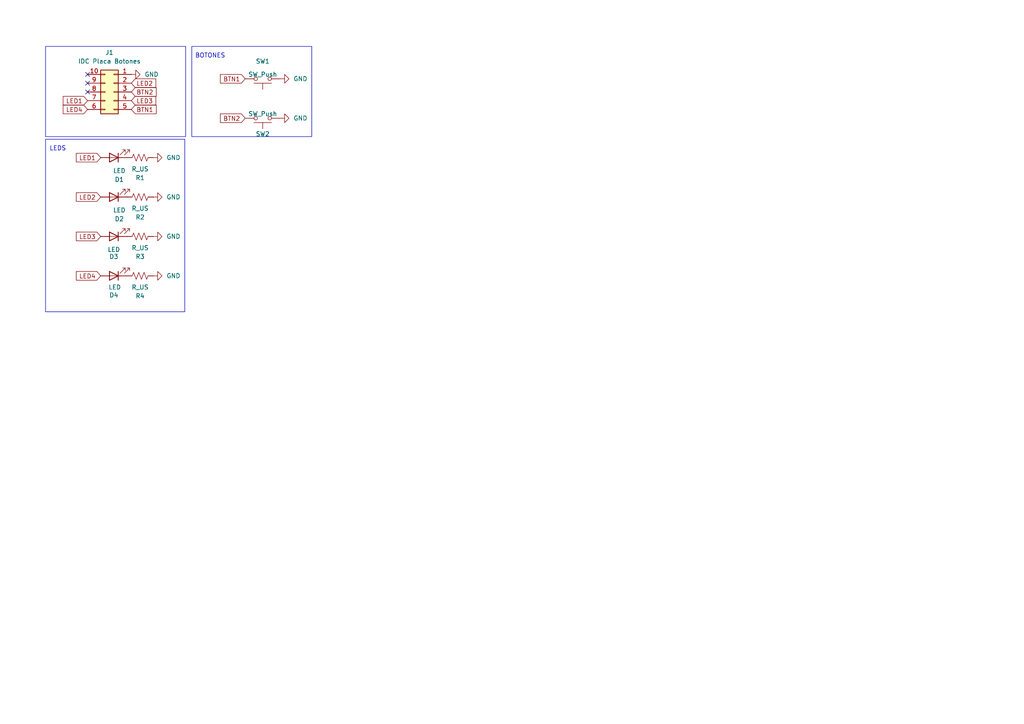
<source format=kicad_sch>
(kicad_sch (version 20231120) (generator "eeschema") (generator_version "8.0")
  (paper "A4")
  (lib_symbols
    (symbol "Connector_Generic:Conn_02x05_Counter_Clockwise" (pin_names (offset 1.016) hide)
      (property "Reference" "J" (at 1.27 7.62 0))
      (property "Value" "Conn_02x05_Counter_Clockwise" (at 1.27 -7.62 0))
      (symbol "Conn_02x05_Counter_Clockwise_1_1"
        (rectangle (start -1.27 -4.953) (end 0 -5.207) (stroke (width 0.1524)))
        (rectangle (start -1.27 -2.413) (end 0 -2.667) (stroke (width 0.1524)))
        (rectangle (start -1.27 0.127) (end 0 -0.127) (stroke (width 0.1524)))
        (rectangle (start -1.27 2.667) (end 0 2.413) (stroke (width 0.1524)))
        (rectangle (start -1.27 5.207) (end 0 4.953) (stroke (width 0.1524)))
        (rectangle (start -1.27 6.35) (end 3.81 -6.35) (stroke (width 0.254)) (fill (type background)))
        (rectangle (start 3.81 -4.953) (end 2.54 -5.207) (stroke (width 0.1524)))
        (rectangle (start 3.81 -2.413) (end 2.54 -2.667) (stroke (width 0.1524)))
        (rectangle (start 3.81 0.127) (end 2.54 -0.127) (stroke (width 0.1524)))
        (rectangle (start 3.81 2.667) (end 2.54 2.413) (stroke (width 0.1524)))
        (rectangle (start 3.81 5.207) (end 2.54 4.953) (stroke (width 0.1524)))
        (pin passive line (at -5.08 5.08 0) (length 3.81) (name "Pin_1") (number "1"))
        (pin passive line (at 7.62 5.08 180) (length 3.81) (name "Pin_10") (number "10"))
        (pin passive line (at -5.08 2.54 0) (length 3.81) (name "Pin_2") (number "2"))
        (pin passive line (at -5.08 0 0) (length 3.81) (name "Pin_3") (number "3"))
        (pin passive line (at -5.08 -2.54 0) (length 3.81) (name "Pin_4") (number "4"))
        (pin passive line (at -5.08 -5.08 0) (length 3.81) (name "Pin_5") (number "5"))
        (pin passive line (at 7.62 -5.08 180) (length 3.81) (name "Pin_6") (number "6"))
        (pin passive line (at 7.62 -2.54 180) (length 3.81) (name "Pin_7") (number "7"))
        (pin passive line (at 7.62 0 180) (length 3.81) (name "Pin_8") (number "8"))
        (pin passive line (at 7.62 2.54 180) (length 3.81) (name "Pin_9") (number "9"))
      )
    )
    (symbol "Device:LED" (pin_numbers hide) (pin_names (offset 1.016) hide)
      (property "Reference" "D" (at 0 2.54 0))
      (property "Value" "LED" (at 0 -2.54 0))
      (symbol "LED_0_1"
        (polyline (pts (xy -1.27 -1.27) (xy -1.27 1.27)) (stroke (width 0.254)))
        (polyline (pts (xy -1.27 0) (xy 1.27 0)))
        (polyline (pts (xy 1.27 -1.27) (xy 1.27 1.27) (xy -1.27 0) (xy 1.27 -1.27)) (stroke (width 0.254)))
        (polyline (pts (xy -3.048 -0.762) (xy -4.572 -2.286) (xy -3.81 -2.286) (xy -4.572 -2.286) (xy -4.572 -1.524)))
        (polyline (pts (xy -1.778 -0.762) (xy -3.302 -2.286) (xy -2.54 -2.286) (xy -3.302 -2.286) (xy -3.302 -1.524)))
      )
      (symbol "LED_1_1"
        (pin passive line (at -3.81 0 0) (length 2.54) (name "K") (number "1"))
        (pin passive line (at 3.81 0 180) (length 2.54) (name "A") (number "2"))
      )
    )
    (symbol "Device:R_US" (pin_numbers hide) (pin_names (offset 0))
      (property "Reference" "R" (at 2.54 0 90))
      (property "Value" "R_US" (at -2.54 0 90))
      (symbol "R_US_0_1"
        (polyline (pts (xy 0 -2.286) (xy 0 -2.54)))
        (polyline (pts (xy 0 2.286) (xy 0 2.54)))
        (polyline (pts (xy 0 -0.762) (xy 1.016 -1.143) (xy 0 -1.524) (xy -1.016 -1.905) (xy 0 -2.286)))
        (polyline (pts (xy 0 0.762) (xy 1.016 0.381) (xy 0 0) (xy -1.016 -0.381) (xy 0 -0.762)))
        (polyline (pts (xy 0 2.286) (xy 1.016 1.905) (xy 0 1.524) (xy -1.016 1.143) (xy 0 0.762)))
      )
      (symbol "R_US_1_1"
        (pin passive line (at 0 3.81 270) (length 1.27) (name "~") (number "1"))
        (pin passive line (at 0 -3.81 90) (length 1.27) (name "~") (number "2"))
      )
    )
    (symbol "Switch:SW_Push" (pin_numbers hide) (pin_names (offset 1.016) hide)
      (property "Reference" "SW" (at 1.27 2.54 0))
      (property "Value" "SW_Push" (at 0 -1.524 0))
      (symbol "SW_Push_0_1"
        (circle (center -2.032 0) (radius 0.508))
        (polyline (pts (xy 0 1.27) (xy 0 3.048)))
        (polyline (pts (xy 2.54 1.27) (xy -2.54 1.27)))
        (circle (center 2.032 0) (radius 0.508))
        (pin passive line (at -5.08 0 0) (length 2.54) (name "1") (number "1"))
        (pin passive line (at 5.08 0 180) (length 2.54) (name "2") (number "2"))
      )
    )
    (symbol "power:GND" (power) (pin_numbers hide) (pin_names (offset 0) hide)
      (property "Value" "GND" (at 0 -3.81 0))
      (symbol "GND_0_1"
        (polyline (pts (xy 0 0) (xy 0 -1.27) (xy 1.27 -1.27) (xy 0 -2.54) (xy -1.27 -1.27) (xy 0 -1.27)))
      )
      (symbol "GND_1_1"
        (pin power_in line (at 0 0 270) (length 0) (name "~") (number "1"))
      )
    )
  )
  (no_connect (at 25.4 21.59))
  (no_connect (at 25.4 26.67))
  (no_connect (at 25.4 24.13))
  (rectangle (start 13.208 13.462) (end 53.848 39.624))
  (rectangle (start 55.626 13.462) (end 90.424 39.624))
  (rectangle (start 13.208 40.386) (end 53.594 90.424))
  (text "LEDS" (at 16.764 43.18 0) (effects (font (size 1.27 1.27))))
  (text "BOTONES" (at 60.96 16.256 0) (effects (font (size 1.27 1.27))))
  (global_label "LED1" (shape input) (at 25.4 29.21 180) (property "Intersheetrefs" "${INTERSHEET_REFS}" (effects (hide yes))))
  (global_label "BTN1" (shape input) (at 38.1 31.75 0) (property "Intersheetrefs" "${INTERSHEET_REFS}" (effects (hide yes))))
  (global_label "LED2" (shape input) (at 29.21 57.15 180) (property "Intersheetrefs" "${INTERSHEET_REFS}" (effects (hide yes))))
  (global_label "LED4" (shape input) (at 29.21 80.01 180) (property "Intersheetrefs" "${INTERSHEET_REFS}" (effects (hide yes))))
  (global_label "LED3" (shape input) (at 38.1 29.21 0) (property "Intersheetrefs" "${INTERSHEET_REFS}" (effects (hide yes))))
  (global_label "BTN2" (shape input) (at 38.1 26.67 0) (property "Intersheetrefs" "${INTERSHEET_REFS}" (effects (hide yes))))
  (global_label "BTN2" (shape input) (at 71.12 34.29 180) (property "Intersheetrefs" "${INTERSHEET_REFS}" (effects (hide yes))))
  (global_label "LED2" (shape input) (at 38.1 24.13 0) (property "Intersheetrefs" "${INTERSHEET_REFS}" (effects (hide yes))))
  (global_label "LED3" (shape input) (at 29.21 68.58 180) (property "Intersheetrefs" "${INTERSHEET_REFS}" (effects (hide yes))))
  (global_label "LED1" (shape input) (at 29.21 45.72 180) (property "Intersheetrefs" "${INTERSHEET_REFS}" (effects (hide yes))))
  (global_label "LED4" (shape input) (at 25.4 31.75 180) (property "Intersheetrefs" "${INTERSHEET_REFS}" (effects (hide yes))))
  (global_label "BTN1" (shape input) (at 71.12 22.86 180) (property "Intersheetrefs" "${INTERSHEET_REFS}" (effects (hide yes))))
  (symbol (lib_id "Switch:SW_Push") (at 76.2 22.86 0) (mirror x) (unit 1)
    (property "Reference" "SW1" (at 76.2 17.78 0))
    (property "Value" "SW_Push" (at 76.2 21.59 0))
    (property "Footprint" "Button_Switch_THT:SW_PUSH_6mm" (effects (hide yes)))
    (property "Description" "Push button switch, generic, two pins" (effects (hide yes)))
  )
  (symbol (lib_id "Device:R_US") (at 40.64 57.15 270) (unit 1)
    (property "Reference" "R2" (at 40.64 62.992 90))
    (property "Value" "R_US" (at 40.64 60.452 90))
    (property "Footprint" "Resistor_THT:R_Axial_DIN0207_L6.3mm_D2.5mm_P10.16mm_Horizontal" (effects (hide yes)))
    (property "Description" "Resistor, US symbol" (effects (hide yes)))
  )
  (symbol (lib_id "power:GND") (at 81.28 22.86 90) (mirror x) (unit 1)
    (property "Reference" "#PWR07" (effects (hide yes)))
    (property "Value" "GND" (at 85.09 22.8601 90) (effects (justify right)))
    (property "Description" "Power symbol creates a global label with name \"GND\" , ground" (effects (hide yes)))
  )
  (symbol (lib_id "power:GND") (at 44.45 45.72 90) (unit 1)
    (property "Reference" "#PWR02" (effects (hide yes)))
    (property "Value" "GND" (at 48.26 45.7199 90) (effects (justify right)))
    (property "Description" "Power symbol creates a global label with name \"GND\" , ground" (effects (hide yes)))
  )
  (symbol (lib_id "Device:R_US") (at 40.64 80.01 270) (unit 1)
    (property "Reference" "R4" (at 40.64 85.852 90))
    (property "Value" "R_US" (at 40.64 83.312 90))
    (property "Footprint" "Resistor_THT:R_Axial_DIN0207_L6.3mm_D2.5mm_P10.16mm_Horizontal" (effects (hide yes)))
    (property "Description" "Resistor, US symbol" (effects (hide yes)))
  )
  (symbol (lib_id "Device:LED") (at 33.02 45.72 180) (unit 1)
    (property "Reference" "D1" (at 34.6075 52.07 0))
    (property "Value" "LED" (at 34.6075 49.53 0))
    (property "Footprint" "LED_THT:LED_D5.0mm" (effects (hide yes)))
    (property "Description" "Light emitting diode" (effects (hide yes)))
  )
  (symbol (lib_id "power:GND") (at 44.45 57.15 90) (unit 1)
    (property "Reference" "#PWR03" (effects (hide yes)))
    (property "Value" "GND" (at 48.26 57.1499 90) (effects (justify right)))
    (property "Description" "Power symbol creates a global label with name \"GND\" , ground" (effects (hide yes)))
  )
  (symbol (lib_id "Device:LED") (at 33.02 68.58 180) (unit 1)
    (property "Reference" "D3" (at 33.02 74.422 0))
    (property "Value" "LED" (at 33.02 72.39 0))
    (property "Footprint" "LED_THT:LED_D5.0mm" (effects (hide yes)))
    (property "Description" "Light emitting diode" (effects (hide yes)))
  )
  (symbol (lib_id "power:GND") (at 81.28 34.29 90) (mirror x) (unit 1)
    (property "Reference" "#PWR05" (effects (hide yes)))
    (property "Value" "GND" (at 85.09 34.2901 90) (effects (justify right)))
    (property "Description" "Power symbol creates a global label with name \"GND\" , ground" (effects (hide yes)))
  )
  (symbol (lib_id "power:GND") (at 44.45 80.01 90) (unit 1)
    (property "Reference" "#PWR010" (effects (hide yes)))
    (property "Value" "GND" (at 48.26 80.0099 90) (effects (justify right)))
    (property "Description" "Power symbol creates a global label with name \"GND\" , ground" (effects (hide yes)))
  )
  (symbol (lib_id "Switch:SW_Push") (at 76.2 34.29 0) (mirror x) (unit 1)
    (property "Reference" "SW2" (at 76.2 38.862 0))
    (property "Value" "SW_Push" (at 76.2 33.02 0))
    (property "Footprint" "Button_Switch_THT:SW_PUSH_6mm" (effects (hide yes)))
    (property "Description" "Push button switch, generic, two pins" (effects (hide yes)))
  )
  (symbol (lib_id "power:GND") (at 38.1 21.59 90) (unit 1)
    (property "Reference" "#PWR01" (effects (hide yes)))
    (property "Value" "GND" (at 41.91 21.5899 90) (effects (justify right)))
    (property "Description" "Power symbol creates a global label with name \"GND\" , ground" (effects (hide yes)))
  )
  (symbol (lib_id "Device:LED") (at 33.02 57.15 180) (unit 1)
    (property "Reference" "D2" (at 34.6075 63.5 0))
    (property "Value" "LED" (at 34.6075 60.96 0))
    (property "Footprint" "LED_THT:LED_D5.0mm" (effects (hide yes)))
    (property "Description" "Light emitting diode" (effects (hide yes)))
  )
  (symbol (lib_id "Device:LED") (at 33.02 80.01 180) (unit 1)
    (property "Reference" "D4" (at 33.02 85.598 0))
    (property "Value" "LED" (at 33.274 83.312 0))
    (property "Footprint" "LED_THT:LED_D5.0mm" (effects (hide yes)))
    (property "Description" "Light emitting diode" (effects (hide yes)))
  )
  (symbol (lib_id "Device:R_US") (at 40.64 45.72 270) (unit 1)
    (property "Reference" "R1" (at 40.64 51.562 90))
    (property "Value" "R_US" (at 40.64 49.022 90))
    (property "Footprint" "Resistor_THT:R_Axial_DIN0207_L6.3mm_D2.5mm_P10.16mm_Horizontal" (effects (hide yes)))
    (property "Description" "Resistor, US symbol" (effects (hide yes)))
  )
  (symbol (lib_id "Device:R_US") (at 40.64 68.58 270) (unit 1)
    (property "Reference" "R3" (at 40.64 74.422 90))
    (property "Value" "R_US" (at 40.64 71.882 90))
    (property "Footprint" "Resistor_THT:R_Axial_DIN0207_L6.3mm_D2.5mm_P10.16mm_Horizontal" (effects (hide yes)))
    (property "Description" "Resistor, US symbol" (effects (hide yes)))
  )
  (symbol (lib_id "power:GND") (at 44.45 68.58 90) (unit 1)
    (property "Reference" "#PWR09" (effects (hide yes)))
    (property "Value" "GND" (at 48.26 68.5799 90) (effects (justify right)))
    (property "Description" "Power symbol creates a global label with name \"GND\" , ground" (effects (hide yes)))
  )
  (symbol (lib_id "Connector_Generic:Conn_02x05_Counter_Clockwise") (at 33.02 26.67 0) (mirror y) (unit 1)
    (property "Reference" "J1" (at 31.75 15.24 0))
    (property "Value" "IDC Placa Botones" (at 31.75 17.78 0))
    (property "Footprint" "Connector_IDC:IDC-Header_2x05_P2.54mm_Horizontal" (effects (hide yes)))
    (property "Description" "Generic connector, double row, 02x05, counter clockwise pin numbering scheme (similar to DIP package numbering), script generated (kicad-library-utils/schlib/autogen/connector/)" (effects (hide yes)))
  )
)
</source>
